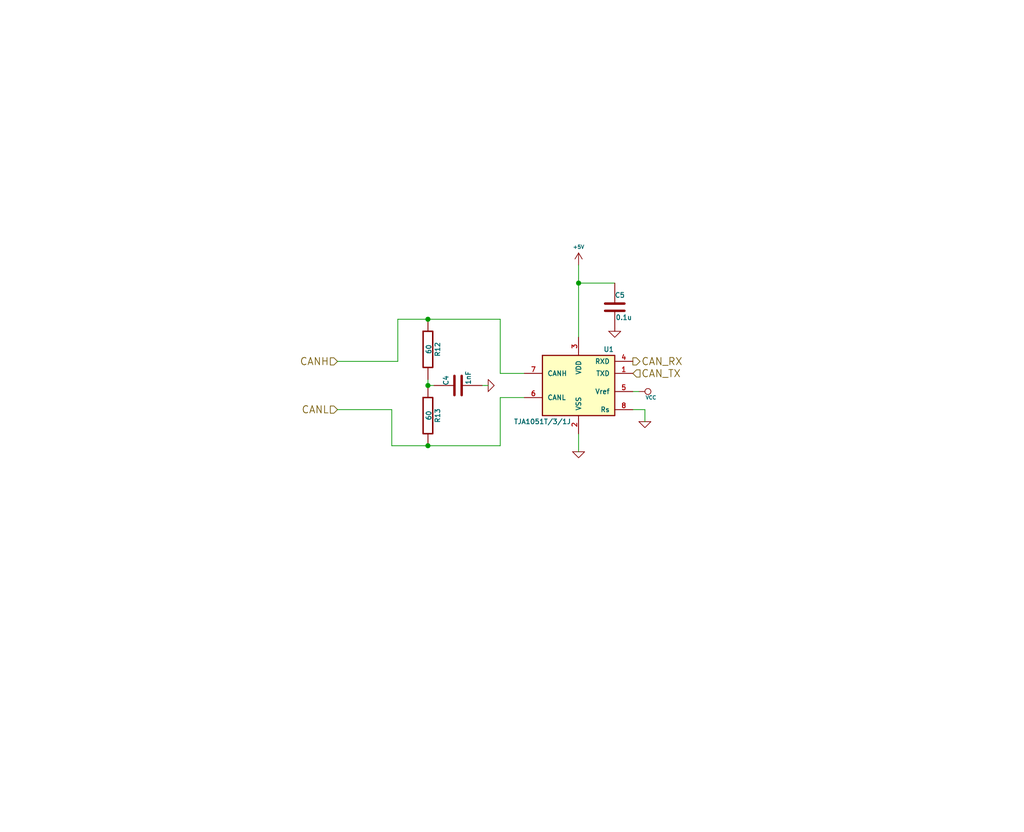
<source format=kicad_sch>
(kicad_sch (version 20230121) (generator eeschema)
  (paper "User" 215.798 175.412)
  (title_block (title "Cheap FOCer 2") (date "2020-04-08") (rev "0.9") (company "Shaman Systems") (comment 1 "Root") (comment 4 "Top level"))
  (lib_symbols
    (symbol "BLDC_4-rescue:+5V" (power) (pin_names (offset 0))
      (property "Value" "+5V" (at 0 3.556 0))
      (symbol "+5V_0_1"
        (polyline (pts (xy -0.762 1.27) (xy 0 2.54)))
        (polyline (pts (xy 0 0) (xy 0 2.54)))
        (polyline (pts (xy 0 2.54) (xy 0.762 1.27)))
      )
      (symbol "+5V_1_1"
        (pin power_in line (at 0 0 90) (length 0) hide (name "+5V") (number "1"))
      )
    )
    (symbol "BLDC_4-rescue:C-RESCUE-BLDC_4" (pin_numbers hide) (pin_names (offset 0.254))
      (property "Reference" "C" (at 0 2.54 0))
      (property "Value" "C-RESCUE-BLDC_4" (at 0.1524 -2.159 0))
      (symbol "C-RESCUE-BLDC_4_0_1"
        (polyline (pts (xy -2.032 -0.762) (xy 2.032 -0.762)) (stroke (width 0.508)))
        (polyline (pts (xy -2.032 0.762) (xy 2.032 0.762)) (stroke (width 0.508)))
      )
      (symbol "C-RESCUE-BLDC_4_1_1"
        (pin passive line (at 0 5.08 270) (length 4.318) (name "~") (number "1"))
        (pin passive line (at 0 -5.08 90) (length 4.318) (name "~") (number "2"))
      )
    )
    (symbol "BLDC_4-rescue:GND-RESCUE-BLDC_4" (power) (pin_names (offset 0))
      (symbol "GND-RESCUE-BLDC_4_0_1"
        (polyline (pts (xy -1.27 0) (xy 0 -1.27) (xy 1.27 0) (xy -1.27 0)))
      )
      (symbol "GND-RESCUE-BLDC_4_1_1"
        (pin power_in line (at 0 0 90) (length 0) hide (name "GND") (number "1"))
      )
    )
    (symbol "BLDC_4-rescue:MCP2551-I_SN-RESCUE-BLDC_4" (pin_names (offset 1.016))
      (property "Reference" "IC" (at -6.35 7.62 0))
      (property "Value" "MCP2551-I_SN-RESCUE-BLDC_4" (at 6.35 -7.62 0))
      (property "Footprint" "SO8" (at 0 0 0))
      (symbol "MCP2551-I_SN-RESCUE-BLDC_4_0_1"
        (rectangle (start -7.62 6.35) (end 7.62 -6.35) (stroke (width 0.254)) (fill (type background)))
      )
      (symbol "MCP2551-I_SN-RESCUE-BLDC_4_1_1"
        (pin input line (at -11.43 2.54 0) (length 3.81) (name "TXD") (number "1"))
        (pin power_in line (at 0 -10.16 90) (length 3.81) (name "VSS") (number "2"))
        (pin power_in line (at 0 10.16 270) (length 3.81) (name "VDD") (number "3"))
        (pin output line (at -11.43 5.08 0) (length 3.81) (name "RXD") (number "4"))
        (pin input line (at -11.43 -1.27 0) (length 3.81) (name "Vref") (number "5"))
        (pin bidirectional line (at 11.43 -2.54 180) (length 3.81) (name "CANL") (number "6"))
        (pin bidirectional line (at 11.43 2.54 180) (length 3.81) (name "CANH") (number "7"))
        (pin input line (at -11.43 -5.08 0) (length 3.81) (name "Rs") (number "8"))
      )
    )
    (symbol "BLDC_4-rescue:R-RESCUE-BLDC_4" (pin_numbers hide) (pin_names (offset 0))
      (property "Reference" "R" (at 2.032 0 90))
      (property "Value" "R-RESCUE-BLDC_4" (at 0.1778 0.0254 90))
      (symbol "R-RESCUE-BLDC_4_0_1"
        (rectangle (start -1.016 3.81) (end 1.016 -3.81) (stroke (width 0.3048)))
      )
      (symbol "R-RESCUE-BLDC_4_1_1"
        (pin passive line (at 0 6.35 270) (length 2.54) (name "~") (number "1"))
        (pin passive line (at 0 -6.35 90) (length 2.54) (name "~") (number "2"))
      )
    )
    (symbol "BLDC_4-rescue:VCC" (power) (pin_names (offset 0))
      (property "Value" "VCC" (at 0 3.81 0))
      (symbol "VCC_0_1"
        (polyline (pts (xy 0 0) (xy 0 1.27)))
        (circle (center 0 1.905) (radius 0.635))
      )
      (symbol "VCC_1_1"
        (pin power_in line (at 0 0 90) (length 0) hide (name "VCC") (number "1"))
      )
    )
  )
  (junction (at 90.17 93.98))
  (junction (at 90.17 67.31))
  (junction (at 121.92 59.69))
  (junction (at 90.17 81.28))
  (wire (pts (xy 91.44 81.28) (xy 90.17 81.28)))
  (wire (pts (xy 129.54 59.69) (xy 121.92 59.69)))
  (wire (pts (xy 121.92 59.69) (xy 121.92 71.12)))
  (wire (pts (xy 90.17 80.01) (xy 90.17 81.28)))
  (wire (pts (xy 82.55 93.98) (xy 90.17 93.98)))
  (wire (pts (xy 105.41 93.98) (xy 90.17 93.98)))
  (wire (pts (xy 110.49 78.74) (xy 105.41 78.74)))
  (wire (pts (xy 83.82 67.31) (xy 90.17 67.31)))
  (wire (pts (xy 135.89 86.36) (xy 133.35 86.36)))
  (wire (pts (xy 105.41 83.82) (xy 110.49 83.82)))
  (wire (pts (xy 105.41 83.82) (xy 105.41 93.98)))
  (wire (pts (xy 82.55 86.36) (xy 82.55 93.98)))
  (wire (pts (xy 71.12 86.36) (xy 82.55 86.36)))
  (wire (pts (xy 83.82 76.2) (xy 83.82 67.31)))
  (wire (pts (xy 121.92 55.88) (xy 121.92 59.69)))
  (wire (pts (xy 105.41 78.74) (xy 105.41 67.31)))
  (wire (pts (xy 102.87 81.28) (xy 101.6 81.28)))
  (wire (pts (xy 105.41 67.31) (xy 90.17 67.31)))
  (wire (pts (xy 134.62 82.55) (xy 133.35 82.55)))
  (wire (pts (xy 71.12 76.2) (xy 83.82 76.2)))
  (wire (pts (xy 121.92 91.44) (xy 121.92 95.25)))
  (wire (pts (xy 135.89 88.9) (xy 135.89 86.36)))
  (hierarchical_label "CAN_TX" (shape input) (at 133.35 78.74 0) (effects (font (size 1.524 1.524))))
  (hierarchical_label "CAN_RX" (shape output) (at 133.35 76.2 0) (effects (font (size 1.524 1.524))))
  (hierarchical_label "CANL" (shape input) (at 71.12 86.36 180) (effects (font (size 1.524 1.524))))
  (hierarchical_label "CANH" (shape input) (at 71.12 76.2 180) (effects (font (size 1.524 1.524))))
  (symbol (lib_id "BLDC_4-rescue:MCP2551-I_SN-RESCUE-BLDC_4") (at 121.92 81.28 0) (mirror y) (unit 1)
    (property "Reference" "U1" (at 128.27 73.66 0) (effects (font (size 1.016 1.016))))
    (property "Value" "TJA1051T/3/1J" (at 114.3 88.9 0) (effects (font (size 1.016 1.016))))
    (property "Footprint" "Package_SO:SOIC-8_3.9x4.9mm_P1.27mm" (effects hide))
    (property "LCSC Part#" "C38695" (effects hide))
    (property "LSCS Part #" "C38695" (effects hide))
    (property "LCSC Part #" "C38695" (effects hide))
  )
  (symbol (lib_id "BLDC_4-rescue:GND-RESCUE-BLDC_4") (at 129.54 69.85 0) (unit 1)
    (property "Reference" "#PWR026" (effects hide))
    (property "Value" "GND" (effects hide))
  )
  (symbol (lib_id "BLDC_4-rescue:GND-RESCUE-BLDC_4") (at 121.92 95.25 0) (unit 1)
    (property "Reference" "#PWR025" (effects hide))
    (property "Value" "GND" (effects hide))
  )
  (symbol (lib_id "BLDC_4-rescue:C-RESCUE-BLDC_4") (at 129.54 64.77 0) (unit 1)
    (property "Reference" "C5" (at 129.54 62.23 0) (effects (font (size 1.016 1.016)) (justify left)))
    (property "Value" "0.1u" (at 129.6924 66.929 0) (effects (font (size 1.016 1.016)) (justify left)))
    (property "Footprint" "Capacitor_SMD:C_0603_1608Metric" (effects hide))
    (property "LCSC Part#" "C14663" (effects hide))
    (property "LSCS Part #" "C14663" (effects hide))
    (property "LCSC Part #" "C14663" (effects hide))
  )
  (symbol (lib_id "BLDC_4-rescue:R-RESCUE-BLDC_4") (at 90.17 73.66 0) (unit 1)
    (property "Reference" "R12" (at 92.202 73.66 90) (effects (font (size 1.016 1.016))))
    (property "Value" "60" (at 90.3478 73.6346 90) (effects (font (size 1.016 1.016))))
    (property "Footprint" "Resistor_SMD:R_0603_1608Metric" (effects hide))
    (property "LCSC Part#" "C25196" (effects hide))
    (property "LSCS Part #" "C25196" (effects hide))
    (property "LCSC Part #" "C25196" (effects hide))
  )
  (symbol (lib_id "BLDC_4-rescue:GND-RESCUE-BLDC_4") (at 135.89 88.9 0) (unit 1)
    (property "Reference" "#PWR028" (effects hide))
    (property "Value" "GND" (effects hide))
  )
  (symbol (lib_id "BLDC_4-rescue:+5V") (at 121.92 55.88 0) (unit 1)
    (property "Reference" "#PWR024" (effects hide))
    (property "Value" "+5V" (at 121.92 52.07 0) (effects (font (size 0.762 0.762))))
  )
  (symbol (lib_id "BLDC_4-rescue:R-RESCUE-BLDC_4") (at 90.17 87.63 0) (unit 1)
    (property "Reference" "R13" (at 92.202 87.63 90) (effects (font (size 1.016 1.016))))
    (property "Value" "60" (at 90.3478 87.6046 90) (effects (font (size 1.016 1.016))))
    (property "Footprint" "Resistor_SMD:R_0603_1608Metric" (effects hide))
    (property "LCSC Part#" "C25196" (effects hide))
    (property "LSCS Part #" "C25196" (effects hide))
    (property "LCSC Part #" "C25196" (effects hide))
  )
  (symbol (lib_id "BLDC_4-rescue:C-RESCUE-BLDC_4") (at 96.52 81.28 90) (unit 1)
    (property "Reference" "C4" (at 93.98 81.28 0) (effects (font (size 1.016 1.016)) (justify left)))
    (property "Value" "1nF" (at 98.679 81.1276 0) (effects (font (size 1.016 1.016)) (justify left)))
    (property "Footprint" "Capacitor_SMD:C_0603_1608Metric" (effects hide))
    (property "LCSC Part#" "C1588" (effects hide))
    (property "LSCS Part #" "C1588" (effects hide))
    (property "LCSC Part #" "C1588" (effects hide))
  )
  (symbol (lib_id "BLDC_4-rescue:GND-RESCUE-BLDC_4") (at 102.87 81.28 90) (unit 1)
    (property "Reference" "#PWR023" (effects hide))
    (property "Value" "GND" (effects hide))
  )
  (symbol (lib_id "BLDC_4-rescue:VCC") (at 134.62 82.55 270) (unit 1)
    (property "Reference" "#PWR027" (effects hide))
    (property "Value" "VCC" (at 137.16 83.82 90) (effects (font (size 0.762 0.762))))
  )
)
</source>
